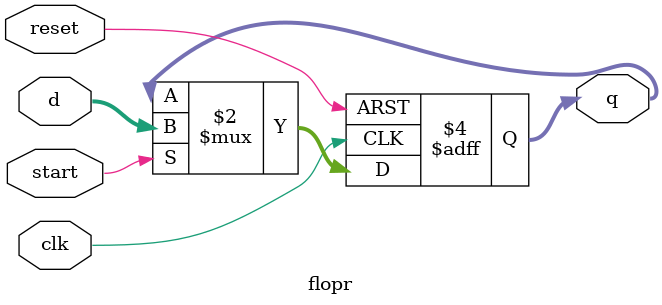
<source format=sv>
module flopr #(parameter WIDTH = 8)
(
	// Entradas
	input logic clk, reset,start,
	input logic [WIDTH-1:0] d,
	
	// Salidas
	output logic [WIDTH-1:0] q
);

	always_ff @(posedge clk, posedge reset)
		if (reset) q <= 0;
		else if(start) q <= d;
	
endmodule
</source>
